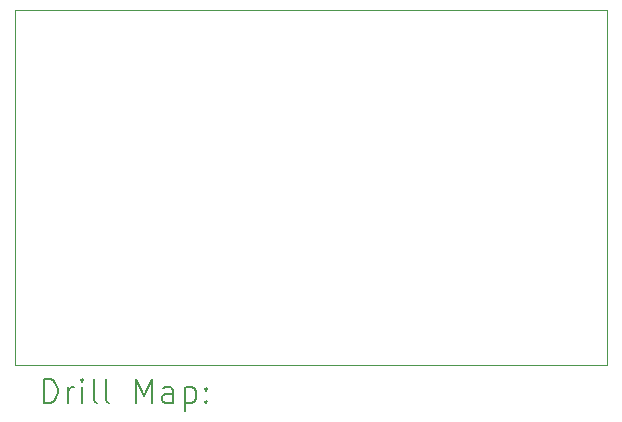
<source format=gbr>
%TF.GenerationSoftware,KiCad,Pcbnew,7.0.2*%
%TF.CreationDate,2023-11-04T13:59:20-04:00*%
%TF.ProjectId,AntSniffer,416e7453-6e69-4666-9665-722e6b696361,rev?*%
%TF.SameCoordinates,Original*%
%TF.FileFunction,Drillmap*%
%TF.FilePolarity,Positive*%
%FSLAX45Y45*%
G04 Gerber Fmt 4.5, Leading zero omitted, Abs format (unit mm)*
G04 Created by KiCad (PCBNEW 7.0.2) date 2023-11-04 13:59:20*
%MOMM*%
%LPD*%
G01*
G04 APERTURE LIST*
%ADD10C,0.100000*%
%ADD11C,0.200000*%
G04 APERTURE END LIST*
D10*
X14348460Y-4254500D02*
X19354800Y-4254500D01*
X19354800Y-7261860D01*
X14348460Y-7261860D01*
X14348460Y-4254500D01*
D11*
X14591079Y-7579384D02*
X14591079Y-7379384D01*
X14591079Y-7379384D02*
X14638698Y-7379384D01*
X14638698Y-7379384D02*
X14667269Y-7388908D01*
X14667269Y-7388908D02*
X14686317Y-7407955D01*
X14686317Y-7407955D02*
X14695841Y-7427003D01*
X14695841Y-7427003D02*
X14705365Y-7465098D01*
X14705365Y-7465098D02*
X14705365Y-7493669D01*
X14705365Y-7493669D02*
X14695841Y-7531765D01*
X14695841Y-7531765D02*
X14686317Y-7550812D01*
X14686317Y-7550812D02*
X14667269Y-7569860D01*
X14667269Y-7569860D02*
X14638698Y-7579384D01*
X14638698Y-7579384D02*
X14591079Y-7579384D01*
X14791079Y-7579384D02*
X14791079Y-7446050D01*
X14791079Y-7484146D02*
X14800603Y-7465098D01*
X14800603Y-7465098D02*
X14810127Y-7455574D01*
X14810127Y-7455574D02*
X14829174Y-7446050D01*
X14829174Y-7446050D02*
X14848222Y-7446050D01*
X14914888Y-7579384D02*
X14914888Y-7446050D01*
X14914888Y-7379384D02*
X14905365Y-7388908D01*
X14905365Y-7388908D02*
X14914888Y-7398431D01*
X14914888Y-7398431D02*
X14924412Y-7388908D01*
X14924412Y-7388908D02*
X14914888Y-7379384D01*
X14914888Y-7379384D02*
X14914888Y-7398431D01*
X15038698Y-7579384D02*
X15019650Y-7569860D01*
X15019650Y-7569860D02*
X15010127Y-7550812D01*
X15010127Y-7550812D02*
X15010127Y-7379384D01*
X15143460Y-7579384D02*
X15124412Y-7569860D01*
X15124412Y-7569860D02*
X15114888Y-7550812D01*
X15114888Y-7550812D02*
X15114888Y-7379384D01*
X15372031Y-7579384D02*
X15372031Y-7379384D01*
X15372031Y-7379384D02*
X15438698Y-7522241D01*
X15438698Y-7522241D02*
X15505365Y-7379384D01*
X15505365Y-7379384D02*
X15505365Y-7579384D01*
X15686317Y-7579384D02*
X15686317Y-7474622D01*
X15686317Y-7474622D02*
X15676793Y-7455574D01*
X15676793Y-7455574D02*
X15657746Y-7446050D01*
X15657746Y-7446050D02*
X15619650Y-7446050D01*
X15619650Y-7446050D02*
X15600603Y-7455574D01*
X15686317Y-7569860D02*
X15667269Y-7579384D01*
X15667269Y-7579384D02*
X15619650Y-7579384D01*
X15619650Y-7579384D02*
X15600603Y-7569860D01*
X15600603Y-7569860D02*
X15591079Y-7550812D01*
X15591079Y-7550812D02*
X15591079Y-7531765D01*
X15591079Y-7531765D02*
X15600603Y-7512717D01*
X15600603Y-7512717D02*
X15619650Y-7503193D01*
X15619650Y-7503193D02*
X15667269Y-7503193D01*
X15667269Y-7503193D02*
X15686317Y-7493669D01*
X15781555Y-7446050D02*
X15781555Y-7646050D01*
X15781555Y-7455574D02*
X15800603Y-7446050D01*
X15800603Y-7446050D02*
X15838698Y-7446050D01*
X15838698Y-7446050D02*
X15857746Y-7455574D01*
X15857746Y-7455574D02*
X15867269Y-7465098D01*
X15867269Y-7465098D02*
X15876793Y-7484146D01*
X15876793Y-7484146D02*
X15876793Y-7541288D01*
X15876793Y-7541288D02*
X15867269Y-7560336D01*
X15867269Y-7560336D02*
X15857746Y-7569860D01*
X15857746Y-7569860D02*
X15838698Y-7579384D01*
X15838698Y-7579384D02*
X15800603Y-7579384D01*
X15800603Y-7579384D02*
X15781555Y-7569860D01*
X15962508Y-7560336D02*
X15972031Y-7569860D01*
X15972031Y-7569860D02*
X15962508Y-7579384D01*
X15962508Y-7579384D02*
X15952984Y-7569860D01*
X15952984Y-7569860D02*
X15962508Y-7560336D01*
X15962508Y-7560336D02*
X15962508Y-7579384D01*
X15962508Y-7455574D02*
X15972031Y-7465098D01*
X15972031Y-7465098D02*
X15962508Y-7474622D01*
X15962508Y-7474622D02*
X15952984Y-7465098D01*
X15952984Y-7465098D02*
X15962508Y-7455574D01*
X15962508Y-7455574D02*
X15962508Y-7474622D01*
M02*

</source>
